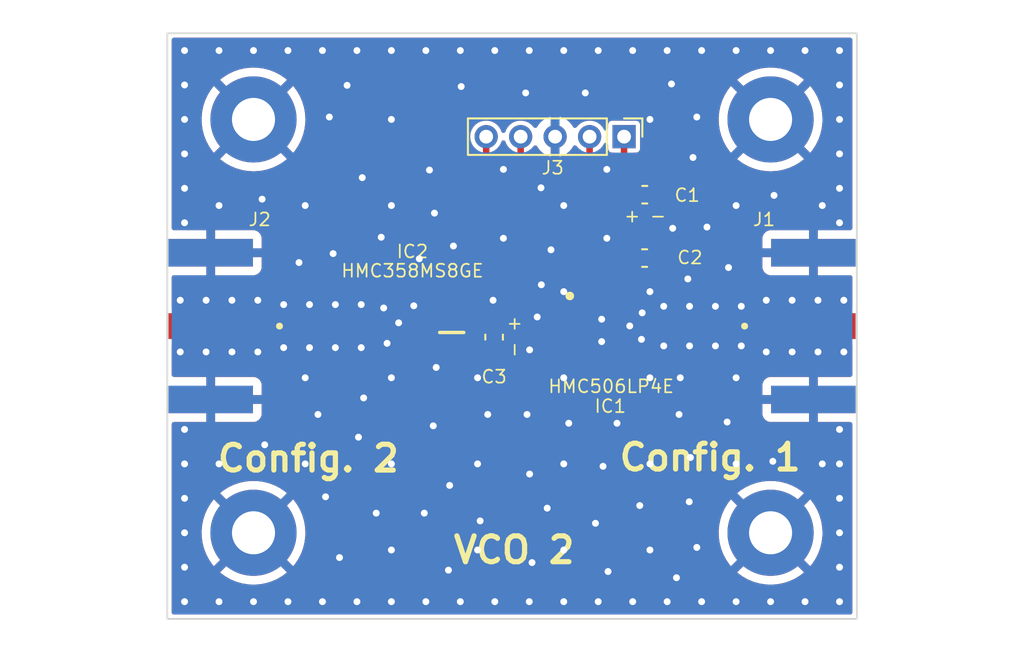
<source format=kicad_pcb>
(kicad_pcb (version 20211014) (generator pcbnew)
  (layers (0 "F.Cu" signal) (31 "B.Cu" signal) (34 "B.Paste" user) (35 "F.Paste" user) (36 "B.SilkS" user "B.Silkscreen") (37 "F.SilkS" user "F.Silkscreen") (38 "B.Mask" user) (39 "F.Mask" user) (44 "Edge.Cuts" user))
  (net 0 "")
  (net 1 "/Vcc_1")
  (net 2 "GND")
  (net 3 "/Vcc_2")
  (net 4 "/RF_out_1")
  (net 5 "/Vtune_1")
  (net 6 "/Vtune_2")
  (net 7 "/RF_out_2")
  (footprint "MountingHole:MountingHole_2.5mm_Pad" (layer "F.Cu") (at 52 55 -90)
    (fp_text reference "H3" hide)
    (fp_text value "MountingHole_Pad")
    (pad "1" thru_hole circle (at 0 0 270) (size 5 5) (drill 2.5) (layers *.Cu *.Mask) (net 2 "GND"))
  )
  (footprint "MountingHole:MountingHole_2.5mm_Pad" (layer "F.Cu") (at 52 79 -90)
    (fp_text reference "H2" hide)
    (fp_text value "MountingHole_Pad")
    (pad "1" thru_hole circle (at 0 0 270) (size 5 5) (drill 2.5) (layers *.Cu *.Mask) (net 2 "GND"))
  )
  (footprint "SamacSys_Parts:SOP65P488X110-9N" (layer "F.Cu") (at 61.3 65.82 180)
    (fp_text reference "IC2" (at 0.08 3.15) (layer "F.SilkS") (effects (font (size 0.75 0.75) (thickness 0.1))))
    (fp_text value "HMC358MS8GE" (at 0.08 2.03) (layer "F.SilkS") (effects (font (size 0.75 0.75) (thickness 0.1))))
    (fp_line (start -2.9 -1.55) (end -1.5 -1.55) (layer "F.SilkS") (width 0.2))
    (pad "1" smd rect locked (at -2.2 -0.975 270) (size 0.45 1.4) (layers "F.Cu" "F.Paste" "F.Mask") (net 3 "/Vcc_2"))
    (pad "2" smd rect locked (at -2.2 -0.325 270) (size 0.45 1.4) (layers "F.Cu" "F.Paste" "F.Mask") (net 2 "GND"))
    (pad "3" smd rect locked (at -2.2 0.325 270) (size 0.45 1.4) (layers "F.Cu" "F.Paste" "F.Mask") (net 6 "/Vtune_2"))
    (pad "4" smd rect locked (at -2.2 0.975 270) (size 0.45 1.4) (layers "F.Cu" "F.Paste" "F.Mask") (net 2 "GND"))
    (pad "5" smd rect locked (at 2.2 0.975 270) (size 0.45 1.4) (layers "F.Cu" "F.Paste" "F.Mask") (net 2 "GND"))
    (pad "6" smd rect locked (at 2.2 0.325 270) (size 0.45 1.4) (layers "F.Cu" "F.Paste" "F.Mask") (net 2 "GND"))
    (pad "7" smd rect locked (at 2.2 -0.325 270) (size 0.45 1.4) (layers "F.Cu" "F.Paste" "F.Mask") (net 2 "GND"))
    (pad "8" smd rect locked (at 2.2 -0.975 270) (size 0.45 1.4) (layers "F.Cu" "F.Paste" "F.Mask") (net 7 "/RF_out_2"))
    (pad "9" smd rect locked (at 0 0 180) (size 1.78 2.41) (layers "F.Cu" "F.Paste" "F.Mask") (net 2 "GND"))
  )
  (footprint "GGS_Connectors:LINX_CONSMA020.062-G" (layer "F.Cu") (at 86.9325 67 90)
    (fp_text reference "J1" (at 6.19 -5.3125) (layer "F.SilkS") (effects (font (size 0.75 0.75) (thickness 0.1))))
    (fp_text value "SMA")
    (fp_circle (center 0 -6.44) (end 0.1 -6.44) (layer "F.SilkS") (width 0.2) (fill none))
    (pad "1" smd rect (at 0 -2.8 90) (size 1.5 5.6) (layers "F.Cu" "F.Paste" "F.Mask") (net 4 "/RF_out_1"))
    (pad "S1" smd rect (at -4.26 -2.45 90) (size 1.6 4.9) (layers "F.Cu" "F.Paste" "F.Mask") (net 2 "GND"))
    (pad "S2" smd rect (at 4.26 -2.45 90) (size 1.6 4.9) (layers "F.Cu" "F.Paste" "F.Mask") (net 2 "GND"))
    (pad "S3" smd rect (at -4.26 -2.45 90) (size 1.6 4.9) (layers "B.Cu" "B.Paste" "B.Mask") (net 2 "GND"))
    (pad "S4" smd rect (at 4.26 -2.45 90) (size 1.6 4.9) (layers "B.Cu" "B.Paste" "B.Mask") (net 2 "GND"))
  )
  (footprint "MountingHole:MountingHole_2.5mm_Pad" (layer "F.Cu") (at 82 55 -90)
    (fp_text reference "H4" hide)
    (fp_text value "MountingHole_Pad")
    (pad "1" thru_hole circle (at 0 0 270) (size 5 5) (drill 2.5) (layers *.Cu *.Mask) (net 2 "GND"))
  )
  (footprint "Capacitor_SMD:C_0603_1608Metric_Pad1.08x0.95mm_HandSolder" (layer "F.Cu") (at 74.7 59.37)
    (fp_text reference "C1" (at 2.46 0.03 180) (layer "F.SilkS") (effects (font (size 0.75 0.75) (thickness 0.1))))
    (fp_text value "4.7 uF")
    (fp_line (start -0.146267 0.51) (end 0.146267 0.51) (layer "F.SilkS") (width 0.12))
    (fp_line (start -0.146267 -0.51) (end 0.146267 -0.51) (layer "F.SilkS") (width 0.12))
    (pad "1" smd roundrect (at -0.8625 0) (size 1.075 0.95) (layers "F.Cu" "F.Paste" "F.Mask") (net 1 "/Vcc_1"))
    (pad "2" smd roundrect (at 0.8625 0) (size 1.075 0.95) (layers "F.Cu" "F.Paste" "F.Mask") (net 2 "GND"))
  )
  (footprint "GGS_Connectors:LINX_CONSMA020.062-G" (layer "F.Cu") (at 47.0675 67 -90)
    (fp_text reference "J2" (at -6.19 -5.2925) (layer "F.SilkS") (effects (font (size 0.75 0.75) (thickness 0.1))))
    (fp_text value "SMA")
    (fp_circle (center 0 -6.44) (end 0.1 -6.44) (layer "F.SilkS") (width 0.2) (fill none))
    (pad "1" smd rect (at 0 -2.8 270) (size 1.5 5.6) (layers "F.Cu" "F.Paste" "F.Mask") (net 7 "/RF_out_2"))
    (pad "S1" smd rect (at -4.26 -2.45 270) (size 1.6 4.9) (layers "F.Cu" "F.Paste" "F.Mask") (net 2 "GND"))
    (pad "S2" smd rect (at 4.26 -2.45 270) (size 1.6 4.9) (layers "F.Cu" "F.Paste" "F.Mask") (net 2 "GND"))
    (pad "S3" smd rect (at -4.26 -2.45 270) (size 1.6 4.9) (layers "B.Cu" "B.Paste" "B.Mask") (net 2 "GND"))
    (pad "S4" smd rect (at 4.26 -2.45 270) (size 1.6 4.9) (layers "B.Cu" "B.Paste" "B.Mask") (net 2 "GND"))
  )
  (footprint "Capacitor_SMD:C_0603_1608Metric_Pad1.08x0.95mm_HandSolder" (layer "F.Cu") (at 65.96 67.64 -90)
    (fp_text reference "C3" (at 2.3 0) (layer "F.SilkS") (effects (font (size 0.75 0.75) (thickness 0.1))))
    (fp_text value "10 uF")
    (fp_line (start -0.146267 -0.51) (end 0.146267 -0.51) (layer "F.SilkS") (width 0.12))
    (fp_line (start -0.146267 0.51) (end 0.146267 0.51) (layer "F.SilkS") (width 0.12))
    (pad "1" smd roundrect (at -0.8625 0 270) (size 1.075 0.95) (layers "F.Cu" "F.Paste" "F.Mask") (net 3 "/Vcc_2"))
    (pad "2" smd roundrect (at 0.8625 0 270) (size 1.075 0.95) (layers "F.Cu" "F.Paste" "F.Mask") (net 2 "GND"))
  )
  (footprint "Capacitor_SMD:C_0603_1608Metric_Pad1.08x0.95mm_HandSolder" (layer "F.Cu") (at 74.69 63.05)
    (fp_text reference "C2" (at 2.63 -0.03 180) (layer "F.SilkS") (effects (font (size 0.75 0.75) (thickness 0.1))))
    (fp_text value "10 nF")
    (fp_line (start -0.146267 0.51) (end 0.146267 0.51) (layer "F.SilkS") (width 0.12))
    (fp_line (start -0.146267 -0.51) (end 0.146267 -0.51) (layer "F.SilkS") (width 0.12))
    (pad "1" smd roundrect (at -0.8625 0) (size 1.075 0.95) (layers "F.Cu" "F.Paste" "F.Mask") (net 1 "/Vcc_1"))
    (pad "2" smd roundrect (at 0.8625 0) (size 1.075 0.95) (layers "F.Cu" "F.Paste" "F.Mask") (net 2 "GND"))
  )
  (footprint "MountingHole:MountingHole_2.5mm_Pad" (layer "F.Cu") (at 82 79 -90)
    (fp_text reference "H1" hide)
    (fp_text value "MountingHole_Pad")
    (pad "1" thru_hole circle (at 0 0 270) (size 5 5) (drill 2.5) (layers *.Cu *.Mask) (net 2 "GND"))
  )
  (footprint "Connector_PinHeader_2.00mm:PinHeader_1x05_P2.00mm_Vertical" (layer "F.Cu") (at 73.5 56 -90)
    (fp_text reference "J3" (at 1.81 4.14) (layer "F.SilkS") (effects (font (size 0.75 0.75) (thickness 0.1))))
    (fp_text value "Conn_01x05")
    (fp_line (start 1.06 1) (end 1.06 9.06) (layer "F.SilkS") (width 0.12))
    (fp_line (start -1.06 -1.06) (end 0 -1.06) (layer "F.SilkS") (width 0.12))
    (fp_line (start -1.06 0) (end -1.06 -1.06) (layer "F.SilkS") (width 0.12))
    (fp_line (start -1.06 9.06) (end 1.06 9.06) (layer "F.SilkS") (width 0.12))
    (fp_line (start -1.06 1) (end 1.06 1) (layer "F.SilkS") (width 0.12))
    (fp_line (start -1.06 1) (end -1.06 9.06) (layer "F.SilkS") (width 0.12))
    (pad "1" thru_hole rect (at 0 0 270) (size 1.35 1.35) (drill 0.8) (layers *.Cu *.Mask) (net 1 "/Vcc_1"))
    (pad "2" thru_hole oval (at 0 2 270) (size 1.35 1.35) (drill 0.8) (layers *.Cu *.Mask) (net 5 "/Vtune_1"))
    (pad "3" thru_hole oval (at 0 4 270) (size 1.35 1.35) (drill 0.8) (layers *.Cu *.Mask) (net 2 "GND"))
    (pad "4" thru_hole oval (at 0 6 270) (size 1.35 1.35) (drill 0.8) (layers *.Cu *.Mask) (net 3 "/Vcc_2"))
    (pad "5" thru_hole oval (at 0 8 270) (size 1.35 1.35) (drill 0.8) (layers *.Cu *.Mask) (net 6 "/Vtune_2"))
  )
  (footprint "SamacSys_Parts:QFN50P400X400X100-25N" (layer "F.Cu") (at 72.75 67.25)
    (fp_text reference "IC1" (at -0.05 4.4) (layer "F.SilkS") (effects (font (size 0.75 0.75) (thickness 0.1))))
    (fp_text value "HMC506LP4E" (at 0 3.25) (layer "F.SilkS") (effects (font (size 0.75 0.75) (thickness 0.1))))
    (fp_circle (center -2.4 -2) (end -2.4 -1.875) (layer "F.SilkS") (width 0.25) (fill none))
    (pad "1" smd rect locked (at -2.05 -1.25 90) (size 0.3 0.7) (layers "F.Cu" "F.Paste" "F.Mask") (net 2 "GND"))
    (pad "2" smd rect locked (at -2.05 -0.75 90) (size 0.3 0.7) (layers "F.Cu" "F.Paste" "F.Mask") (net 2 "GND"))
    (pad "3" smd rect locked (at -2.05 -0.25 90) (size 0.3 0.7) (layers "F.Cu" "F.Paste" "F.Mask") (net 2 "GND"))
    (pad "4" smd rect locked (at -2.05 0.25 90) (size 0.3 0.7) (layers "F.Cu" "F.Paste" "F.Mask") (net 2 "GND"))
    (pad "5" smd rect locked (at -2.05 0.75 90) (size 0.3 0.7) (layers "F.Cu" "F.Paste" "F.Mask") (net 2 "GND"))
    (pad "6" smd rect locked (at -2.05 1.25 90) (size 0.3 0.7) (layers "F.Cu" "F.Paste" "F.Mask") (net 2 "GND"))
    (pad "7" smd rect locked (at -1.25 2.05) (size 0.3 0.7) (layers "F.Cu" "F.Paste" "F.Mask") (net 2 "GND"))
    (pad "8" smd rect locked (at -0.75 2.05) (size 0.3 0.7) (layers "F.Cu" "F.Paste" "F.Mask") (net 2 "GND"))
    (pad "9" smd rect locked (at -0.25 2.05) (size 0.3 0.7) (layers "F.Cu" "F.Paste" "F.Mask") (net 2 "GND"))
    (pad "10" smd rect locked (at 0.25 2.05) (size 0.3 0.7) (layers "F.Cu" "F.Paste" "F.Mask") (net 2 "GND"))
    (pad "11" smd rect locked (at 0.75 2.05) (size 0.3 0.7) (layers "F.Cu" "F.Paste" "F.Mask") (net 2 "GND"))
    (pad "12" smd rect locked (at 1.25 2.05) (size 0.3 0.7) (layers "F.Cu" "F.Paste" "F.Mask") (net 2 "GND"))
    (pad "13" smd rect locked (at 2.05 1.25 90) (size 0.3 0.7) (layers "F.Cu" "F.Paste" "F.Mask") (net 2 "GND"))
    (pad "14" smd rect locked (at 2.05 0.75 90) (size 0.3 0.7) (layers "F.Cu" "F.Paste" "F.Mask") (net 2 "GND"))
    (pad "15" smd rect locked (at 2.05 0.25 90) (size 0.3 0.7) (layers "F.Cu" "F.Paste" "F.Mask") (net 2 "GND"))
    (pad "16" smd rect locked (at 2.05 -0.25 90) (size 0.3 0.7) (layers "F.Cu" "F.Paste" "F.Mask") (net 4 "/RF_out_1"))
    (pad "17" smd rect locked (at 2.05 -0.75 90) (size 0.3 0.7) (layers "F.Cu" "F.Paste" "F.Mask") (net 2 "GND"))
    (pad "18" smd rect locked (at 2.05 -1.25 90) (size 0.3 0.7) (layers "F.Cu" "F.Paste" "F.Mask") (net 2 "GND"))
    (pad "19" smd rect locked (at 1.25 -2.05) (size 0.3 0.7) (layers "F.Cu" "F.Paste" "F.Mask") (net 2 "GND"))
    (pad "20" smd rect locked (at 0.75 -2.05) (size 0.3 0.7) (layers "F.Cu" "F.Paste" "F.Mask") (net 1 "/Vcc_1"))
    (pad "21" smd rect locked (at 0.25 -2.05) (size 0.3 0.7) (layers "F.Cu" "F.Paste" "F.Mask") (net 2 "GND"))
    (pad "22" smd rect locked (at -0.25 -2.05) (size 0.3 0.7) (layers "F.Cu" "F.Paste" "F.Mask") (net 5 "/Vtune_1"))
    (pad "23" smd rect locked (at -0.75 -2.05) (size 0.3 0.7) (layers "F.Cu" "F.Paste" "F.Mask") (net 2 "GND"))
    (pad "24" smd rect locked (at -1.25 -2.05) (size 0.3 0.7) (layers "F.Cu" "F.Paste" "F.Mask") (net 2 "GND"))
    (pad "25" smd rect locked (at 0 0) (size 2.95 2.95) (layers "F.Cu" "F.Paste" "F.Mask") (net 2 "GND"))
  )
  (gr_rect (start 87 50) (end 47 84) (layer "Edge.Cuts") (width 0.1) (fill none))
  (gr_text "+ -" (at 74.72 60.59) (layer "F.SilkS") (effects (font (size 0.75 0.75) (thickness 0.1))))
  (gr_text "Config. 1" (at 78.49 74.62) (layer "F.SilkS") (effects (font (size 1.5 1.5) (thickness 0.3))))
  (gr_text "+ -" (at 67.21 67.62 270) (layer "F.SilkS") (effects (font (size 0.75 0.75) (thickness 0.1))))
  (gr_text "Config. 2" (at 55.18 74.68) (layer "F.SilkS") (effects (font (size 1.5 1.5) (thickness 0.3))))
  (gr_text "VCO 2" (at 67.12 80) (layer "F.SilkS") (effects (font (size 1.5 1.5) (thickness 0.3))))
  (segment (start 73.4875 63.05) (end 73.4875 63.0725) (width 0.378968) (layer "F.Cu") (net 1))
  (segment (start 73.5 65.2) (end 73.5 64.68) (width 0.25) (layer "F.Cu") (net 1))
  (segment (start 73.4875 63.0725) (end 73.5 63.085) (width 0.378968) (layer "F.Cu") (net 1))
  (segment (start 73.5 56) (end 73.5 64.68) (width 0.378968) (layer "F.Cu") (net 1))
  (segment (start 59.5525 65.9475) (end 60.418532 65.9475) (width 0.84201) (layer "F.Cu") (net 2))
  (segment (start 73 69.3) (end 73 67.5) (width 0.25) (layer "F.Cu") (net 2))
  (segment (start 72 65.2) (end 72 66.5) (width 0.25) (layer "F.Cu") (net 2))
  (segment (start 73.5 68) (end 72.75 67.25) (width 0.25) (layer "F.Cu") (net 2))
  (segment (start 71.729484 65) (end 71.729484 65.2) (width 0.84201) (layer "F.Cu") (net 2))
  (segment (start 74 65.2) (end 74 66) (width 0.25) (layer "F.Cu") (net 2))
  (segment (start 60.325 64.845) (end 61.3 65.82) (width 0.25) (layer "F.Cu") (net 2))
  (segment (start 75.179484 68.15) (end 75.8 68.15) (width 0.84201) (layer "F.Cu") (net 2))
  (segment (start 61.3 65.82) (end 60.420516 66.699484) (width 0.84201) (layer "F.Cu") (net 2))
  (segment (start 70.7 68) (end 72 68) (width 0.25) (layer "F.Cu") (net 2))
  (segment (start 72.5 67) (end 72.75 67.25) (width 0.25) (layer "F.Cu") (net 2))
  (segment (start 74.550516 66.229484) (end 74.8 66.229484) (width 0.84201) (layer "F.Cu") (net 2))
  (segment (start 61.625 66.145) (end 61.3 65.82) (width 0.25) (layer "F.Cu") (net 2))
  (segment (start 73.5 69.3) (end 73.5 68) (width 0.25) (layer "F.Cu") (net 2))
  (segment (start 74.550516 66.229484) (end 73.829484 66.229484) (width 0.84201) (layer "F.Cu") (net 2))
  (segment (start 72.75 67.25) (end 73.270516 67.770516) (width 0.84201) (layer "F.Cu") (net 2))
  (segment (start 74.509484 67.770516) (end 74.8 67.770516) (width 0.84201) (layer "F.Cu") (net 2))
  (segment (start 73.829484 67.770516) (end 74.509484 67.770516) (width 0.84201) (layer "F.Cu") (net 2))
  (segment (start 70.7 66) (end 71.5 66) (width 0.25) (layer "F.Cu") (net 2))
  (segment (start 60.975 65.495) (end 61.3 65.82) (width 0.25) (layer "F.Cu") (net 2))
  (segment (start 72 66.5) (end 72.75 67.25) (width 0.25) (layer "F.Cu") (net 2))
  (segment (start 74.8 66.229484) (end 75.179484 65.85) (width 0.84201) (layer "F.Cu") (net 2))
  (segment (start 71.5 66) (end 72.75 67.25) (width 0.84201) (layer "F.Cu") (net 2))
  (segment (start 73.770516 66.229484) (end 74.550516 66.229484) (width 0.84201) (layer "F.Cu") (net 2))
  (segment (start 74.8 67.770516) (end 75.179484 68.15) (width 0.84201) (layer "F.Cu") (net 2))
  (segment (start 73 67) (end 72.75 67.25) (width 0.25) (layer "F.Cu") (net 2))
  (segment (start 70.7 68.5) (end 71.5 68.5) (width 0.25) (layer "F.Cu") (net 2))
  (segment (start 60.420516 67.329484) (end 59.75 68) (width 0.84201) (layer "F.Cu") (net 2))
  (segment (start 60.420516 65.949484) (end 60.420516 66.809484) (width 0.84201) (layer "F.Cu") (net 2))
  (segment (start 70.7 66.5) (end 72 66.5) (width 0.25) (layer "F.Cu") (net 2))
  (segment (start 59.1 66.145) (end 60.975 66.145) (width 0.25) (layer "F.Cu") (net 2))
  (segment (start 73.829484 66.229484) (end 73.829484 66.990516) (width 0.84201) (layer "F.Cu") (net 2))
  (segment (start 74.8 68.5) (end 74 68.5) (width 0.25) (layer "F.Cu") (net 2))
  (segment (start 71.5 68.5) (end 72.75 67.25) (width 0.25) (layer "F.Cu") (net 2))
  (segment (start 59.5525 65.9475) (end 59.554484 65.949484) (width 0.84201) (layer "F.Cu") (net 2))
  (segment (start 74.8 68) (end 73.5 68) (width 0.25) (layer "F.Cu") (net 2))
  (segment (start 63.5 66.145) (end 61.625 66.145) (width 0.25) (layer "F.Cu") (net 2))
  (segment (start 63.5 64.845) (end 62.275 64.845) (width 0.25) (layer "F.Cu") (net 2))
  (segment (start 74 69.3) (end 74 68.5) (width 0.25) (layer "F.Cu") (net 2))
  (segment (start 59.554484 65.949484) (end 60.145 65.949484) (width 0.84201) (layer "F.Cu") (net 2))
  (segment (start 59.1 65.495) (end 60.975 65.495) (width 0.25) (layer "F.Cu") (net 2))
  (segment (start 74.8 67.5) (end 73 67.5) (width 0.25) (layer "F.Cu") (net 2))
  (segment (start 73.270516 67.770516) (end 74.509484 67.770516) (width 0.84201) (layer "F.Cu") (net 2))
  (segment (start 74.8 66.5) (end 73.5 66.5) (width 0.25) (layer "F.Cu") (net 2))
  (segment (start 74 66) (end 72.75 67.25) (width 0.25) (layer "F.Cu") (net 2))
  (segment (start 72 69.3) (end 72 68) (width 0.25) (layer "F.Cu") (net 2))
  (segment (start 60.420516 66.699484) (end 60.420516 66.809484) (width 0.84201) (layer "F.Cu") (net 2))
  (segment (start 74 68.5) (end 72.75 67.25) (width 0.25) (layer "F.Cu") (net 2))
  (segment (start 71.5 69.3) (end 71.5 68.5) (width 0.25) (layer "F.Cu") (net 2))
  (segment (start 60.418532 65.9475) (end 60.420516 65.949484) (width 0.84201) (layer "F.Cu") (net 2))
  (segment (start 73.829484 66.990516) (end 73.829484 67.770516) (width 0.84201) (layer "F.Cu") (net 2))
  (segment (start 73.5 66.5) (end 72.75 67.25) (width 0.25) (layer "F.Cu") (net 2))
  (segment (start 72.5 67.5) (end 72.75 67.25) (width 0.25) (layer "F.Cu") (net 2))
  (segment (start 74.8 66) (end 74 66) (width 0.25) (layer "F.Cu") (net 2))
  (segment (start 58.505 65.495) (end 58.25 65.75) (width 0.84201) (layer "F.Cu") (net 2))
  (segment (start 59.1 64.845) (end 60.325 64.845) (width 0.25) (layer "F.Cu") (net 2))
  (segment (start 60.420516 66.809484) (end 60.420516 67.329484) (width 0.84201) (layer "F.Cu") (net 2))
  (segment (start 72 68) (end 72.75 67.25) (width 0.25) (layer "F.Cu") (net 2))
  (segment (start 73 65.2) (end 73 67) (width 0.25) (layer "F.Cu") (net 2))
  (segment (start 62.275 64.845) (end 61.3 65.82) (width 0.25) (layer "F.Cu") (net 2))
  (segment (start 70.7 67) (end 72.5 67) (width 0.25) (layer "F.Cu") (net 2))
  (segment (start 72.5 69.3) (end 72.5 67.5) (width 0.25) (layer "F.Cu") (net 2))
  (segment (start 73 67.5) (end 72.75 67.25) (width 0.25) (layer "F.Cu") (net 2))
  (segment (start 59.1 65.495) (end 59.5525 65.9475) (width 0.84201) (layer "F.Cu") (net 2))
  (segment (start 60.975 66.145) (end 61.3 65.82) (width 0.25) (layer "F.Cu") (net 2))
  (segment (start 75.179484 65.85) (end 75.8 65.85) (width 0.84201) (layer "F.Cu") (net 2))
  (segment (start 72.75 67.25) (end 73.770516 66.229484) (width 0.84201) (layer "F.Cu") (net 2))
  (segment (start 70 65) (end 71.729484 65) (width 0.84201) (layer "F.Cu") (net 2))
  (segment (start 70.7 67.5) (end 72.5 67.5) (width 0.25) (layer "F.Cu") (net 2))
  (segment (start 59.1 65.495) (end 58.505 65.495) (width 0.84201) (layer "F.Cu") (net 2))
  (segment (start 71.5 65.2) (end 71.5 66) (width 0.84201) (layer "F.Cu") (net 2))
  (via (at 55.25 68.25) (size 0.8) (drill 0.4) (layers "F.Cu" "B.Cu") (net 2))
  (via (at 70 51) (size 0.8) (drill 0.4) (layers "F.Cu" "B.Cu") (net 2))
  (via (at 64.05 53.09) (size 0.8) (drill 0.4) (layers "F.Cu" "B.Cu") (net 2))
  (via (at 49.25 68.5) (size 0.8) (drill 0.4) (layers "F.Cu" "B.Cu") (net 2))
  (via (at 77.28 77.2) (size 0.8) (drill 0.4) (layers "F.Cu" "B.Cu") (net 2))
  (via (at 53.75 65.75) (size 0.8) (drill 0.4) (layers "F.Cu" "B.Cu") (net 2))
  (via (at 59.5525 65.9475) (size 0.8) (drill 0.4) (layers "F.Cu" "B.Cu") (net 2))
  (via (at 76.54 81.61) (size 0.8) (drill 0.4) (layers "F.Cu" "B.Cu") (net 2))
  (via (at 65.15 78.31) (size 0.8) (drill 0.4) (layers "F.Cu" "B.Cu") (net 2))
  (via (at 68.02 75.59) (size 0.8) (drill 0.4) (layers "F.Cu" "B.Cu") (net 2))
  (via (at 72.2 67.9) (size 0.8) (drill 0.4) (layers "F.Cu" "B.Cu") (net 2))
  (via (at 80.3 65.85) (size 0.8) (drill 0.4) (layers "F.Cu" "B.Cu") (net 2))
  (via (at 70 65) (size 0.8) (drill 0.4) (layers "F.Cu" "B.Cu") (net 2))
  (via (at 75.8 65.85) (size 0.8) (drill 0.4) (layers "F.Cu" "B.Cu") (net 2))
  (via (at 50 51) (size 0.8) (drill 0.4) (layers "F.Cu" "B.Cu") (net 2))
  (via (at 82.13 74.85) (size 0.8) (drill 0.4) (layers "F.Cu" "B.Cu") (net 2))
  (via (at 48 51) (size 0.8) (drill 0.4) (layers "F.Cu" "B.Cu") (net 2))
  (via (at 66 51) (size 0.8) (drill 0.4) (layers "F.Cu" "B.Cu") (net 2))
  (via (at 75 70) (size 0.8) (drill 0.4) (layers "F.Cu" "B.Cu") (net 2))
  (via (at 84.75 68.5) (size 0.8) (drill 0.4) (layers "F.Cu" "B.Cu") (net 2))
  (via (at 61.91 77.86) (size 0.8) (drill 0.4) (layers "F.Cu" "B.Cu") (net 2))
  (via (at 60 70) (size 0.8) (drill 0.4) (layers "F.Cu" "B.Cu") (net 2))
  (via (at 58 83) (size 0.8) (drill 0.4) (layers "F.Cu" "B.Cu") (net 2))
  (via (at 62.43 72.79) (size 0.8) (drill 0.4) (layers "F.Cu" "B.Cu") (net 2))
  (via (at 70.29 72.64) (size 0.8) (drill 0.4) (layers "F.Cu" "B.Cu") (net 2))
  (via (at 48 81) (size 0.8) (drill 0.4) (layers "F.Cu" "B.Cu") (net 2))
  (via (at 85 60) (size 0.8) (drill 0.4) (layers "F.Cu" "B.Cu") (net 2))
  (via (at 79.56 63.6) (size 0.8) (drill 0.4) (layers "F.Cu" "B.Cu") (net 2))
  (via (at 60 80) (size 0.8) (drill 0.4) (layers "F.Cu" "B.Cu") (net 2))
  (via (at 47.75 65.5) (size 0.8) (drill 0.4) (layers "F.Cu" "B.Cu") (net 2))
  (via (at 86.25 68.5) (size 0.8) (drill 0.4) (layers "F.Cu" "B.Cu") (net 2))
  (via (at 76.32 61.32) (size 0.8) (drill 0.4) (layers "F.Cu" "B.Cu") (net 2))
  (via (at 64 51) (size 0.8) (drill 0.4) (layers "F.Cu" "B.Cu") (net 2))
  (via (at 84 83) (size 0.8) (drill 0.4) (layers "F.Cu" "B.Cu") (net 2))
  (via (at 84 51) (size 0.8) (drill 0.4) (layers "F.Cu" "B.Cu") (net 2))
  (via (at 71.84 78.45) (size 0.8) (drill 0.4) (layers "F.Cu" "B.Cu") (net 2))
  (via (at 70 75) (size 0.8) (drill 0.4) (layers "F.Cu" "B.Cu") (net 2))
  (via (at 77.2 64.26) (size 0.8) (drill 0.4) (layers "F.Cu" "B.Cu") (net 2))
  (via (at 74.550516 66.229484) (size 0.8) (drill 0.4) (layers "F.Cu" "B.Cu") (net 2))
  (via (at 66 83) (size 0.8) (drill 0.4) (layers "F.Cu" "B.Cu") (net 2))
  (via (at 80 51) (size 0.8) (drill 0.4) (layers "F.Cu" "B.Cu") (net 2))
  (via (at 86 79) (size 0.8) (drill 0.4) (layers "F.Cu" "B.Cu") (net 2))
  (via (at 48 55) (size 0.8) (drill 0.4) (layers "F.Cu" "B.Cu") (net 2))
  (via (at 48 61) (size 0.8) (drill 0.4) (layers "F.Cu" "B.Cu") (net 2))
  (via (at 56.75 65.75) (size 0.8) (drill 0.4) (layers "F.Cu" "B.Cu") (net 2))
  (via (at 58 51) (size 0.8) (drill 0.4) (layers "F.Cu" "B.Cu") (net 2))
  (via (at 76.25 52.94) (size 0.8) (drill 0.4) (layers "F.Cu" "B.Cu") (net 2))
  (via (at 52 51) (size 0.8) (drill 0.4) (layers "F.Cu" "B.Cu") (net 2))
  (via (at 74.509484 67.770516) (size 0.8) (drill 0.4) (layers "F.Cu" "B.Cu") (net 2))
  (via (at 75.8 68.15) (size 0.8) (drill 0.4) (layers "F.Cu" "B.Cu") (net 2))
  (via (at 72.28 75.14) (size 0.8) (drill 0.4) (layers "F.Cu" "B.Cu") (net 2))
  (via (at 65.9 65.5) (size 0.8) (drill 0.4) (layers "F.Cu" "B.Cu") (net 2))
  (via (at 56.75 68.25) (size 0.8) (drill 0.4) (layers "F.Cu" "B.Cu") (net 2))
  (via (at 78 51) (size 0.8) (drill 0.4) (layers "F.Cu" "B.Cu") (net 2))
  (via (at 66.5 61.9) (size 0.8) (drill 0.4) (layers "F.Cu" "B.Cu") (net 2))
  (via (at 67.79 53.46) (size 0.8) (drill 0.4) (layers "F.Cu" "B.Cu") (net 2))
  (via (at 48 75) (size 0.8) (drill 0.4) (layers "F.Cu" "B.Cu") (net 2))
  (via (at 78.8 65.85) (size 0.8) (drill 0.4) (layers "F.Cu" "B.Cu") (net 2))
  (via (at 50 75) (size 0.8) (drill 0.4) (layers "F.Cu" "B.Cu") (net 2))
  (via (at 73.829484 66.990516) (size 0.8) (drill 0.4) (layers "F.Cu" "B.Cu") (net 2))
  (via (at 72.5 57.9) (size 0.8) (drill 0.4) (layers "F.Cu" "B.Cu") (net 2))
  (via (at 80 70) (size 0.8) (drill 0.4) (layers "F.Cu" "B.Cu") (net 2))
  (via (at 86 83) (size 0.8) (drill 0.4) (layers "F.Cu" "B.Cu") (net 2))
  (via (at 60 60) (size 0.8) (drill 0.4) (layers "F.Cu" "B.Cu") (net 2))
  (via (at 82 83) (size 0.8) (drill 0.4) (layers "F.Cu" "B.Cu") (net 2))
  (via (at 76.76 70) (size 0.8) (drill 0.4) (layers "F.Cu" "B.Cu") (net 2))
  (via (at 78.31 61.25) (size 0.8) (drill 0.4) (layers "F.Cu" "B.Cu") (net 2))
  (via (at 57.43 53.02) (size 0.8) (drill 0.4) (layers "F.Cu" "B.Cu") (net 2))
  (via (at 48 83) (size 0.8) (drill 0.4) (layers "F.Cu" "B.Cu") (net 2))
  (via (at 62.21 57.94) (size 0.8) (drill 0.4) (layers "F.Cu" "B.Cu") (net 2))
  (via (at 75 65) (size 0.8) (drill 0.4) (layers "F.Cu" "B.Cu") (net 2))
  (via (at 53.75 68.25) (size 0.8) (drill 0.4) (layers "F.Cu" "B.Cu") (net 2))
  (via (at 70 83) (size 0.8) (drill 0.4) (layers "F.Cu" "B.Cu") (net 2))
  (via (at 62 83) (size 0.8) (drill 0.4) (layers "F.Cu" "B.Cu") (net 2))
  (via (at 72.2 66.6) (size 0.8) (drill 0.4) (layers "F.Cu" "B.Cu") (net 2))
  (via (at 68.16 80.73) (size 0.8) (drill 0.4) (layers "F.Cu" "B.Cu") (net 2))
  (via (at 74.41 77.42) (size 0.8) (drill 0.4) (layers "F.Cu" "B.Cu") (net 2))
  (via (at 86 75) (size 0.8) (drill 0.4) (layers "F.Cu" "B.Cu") (net 2))
  (via (at 58.25 65.75) (size 0.8) (drill 0.4) (layers "F.Cu" "B.Cu") (net 2))
  (via (at 70 80) (size 0.8) (drill 0.4) (layers "F.Cu" "B.Cu") (net 2))
  (via (at 86 53) (size 0.8) (drill 0.4) (layers "F.Cu" "B.Cu") (net 2))
  (via (at 59.75 68) (size 0.8) (drill 0.4) (layers "F.Cu" "B.Cu") (net 2))
  (via (at 74 51) (size 0.8) (drill 0.4) (layers "F.Cu" "B.Cu") (net 2))
  (via (at 56.99 80.44) (size 0.8) (drill 0.4) (layers "F.Cu" "B.Cu") (net 2))
  (via (at 76 51) (size 0.8) (drill 0.4) (layers "F.Cu" "B.Cu") (net 2))
  (via (at 70 60) (size 0.8) (drill 0.4) (layers "F.Cu" "B.Cu") (net 2))
  (via (at 69.04 77.57) (size 0.8) (drill 0.4) (layers "F.Cu" "B.Cu") (net 2))
  (via (at 62.6 69.4) (size 0.8) (drill 0.4) (layers "F.Cu" "B.Cu") (net 2))
  (via (at 61.3 65.82) (size 0.8) (drill 0.4) (layers "F.Cu" "B.Cu") (net 2))
  (via (at 72 51) (size 0.8) (drill 0.4) (layers "F.Cu" "B.Cu") (net 2))
  (via (at 74 83) (size 0.8) (drill 0.4) (layers "F.Cu" "B.Cu") (net 2))
  (via (at 86 51) (size 0.8) (drill 0.4) (layers "F.Cu" "B.Cu") (net 2))
  (via (at 54 83) (size 0.8) (drill 0.4) (layers "F.Cu" "B.Cu") (net 2))
  (via (at 86 77) (size 0.8) (drill 0.4) (layers "F.Cu" "B.Cu") (net 2))
  (via (at 82.2 59.41) (size 0.8) (drill 0.4) (layers "F.Cu" "B.Cu") (net 2))
  (via (at 68.68 58.97) (size 0.8) (drill 0.4) (layers "F.Cu" "B.Cu") (net 2))
  (via (at 72 83) (size 0.8) (drill 0.4) (layers "F.Cu" "B.Cu") (net 2))
  (via (at 60 51) (size 0.8) (drill 0.4) (layers "F.Cu" "B.Cu") (net 2))
  (via (at 50 60) (size 0.8) (drill 0.4) (layers "F.Cu" "B.Cu") (net 2))
  (via (at 48 59) (size 0.8) (drill 0.4) (layers "F.Cu" "B.Cu") (net 2))
  (via (at 64 83) (size 0.8) (drill 0.4) (layers "F.Cu" "B.Cu") (net 2))
  (via (at 80 75) (size 0.8) (drill 0.4) (layers "F.Cu" "B.Cu") (net 2))
  (via (at 77.3 68.15) (size 0.8) (drill 0.4) (layers "F.Cu" "B.Cu") (net 2))
  (via (at 73.09 72.64) (size 0.8) (drill 0.4) (layers "F.Cu" "B.Cu") (net 2))
  (via (at 59.12 77.86) (size 0.8) (drill 0.4) (layers "F.Cu" "B.Cu") (net 2))
  (via (at 81.75 68.5) (size 0.8) (drill 0.4) (layers "F.Cu" "B.Cu") (net 2))
  (via (at 56.4 54.86) (size 0.8) (drill 0.4) (layers "F.Cu" "B.Cu") (net 2))
  (via (at 68.02 68.38) (size 0.8) (drill 0.4) (layers "F.Cu" "B.Cu") (net 2))
  (via (at 50.75 65.5) (size 0.8) (drill 0.4) (layers "F.Cu" "B.Cu") (net 2))
  (via (at 58.25 68.25) (size 0.8) (drill 0.4) (layers "F.Cu" "B.Cu") (net 2))
  (via (at 83.25 68.5) (size 0.8) (drill 0.4) (layers "F.Cu" "B.Cu") (net 2))
  (via (at 52 83) (size 0.8) (drill 0.4) (layers "F.Cu" "B.Cu") (net 2))
  (via (at 84.75 65.5) (size 0.8) (drill 0.4) (layers "F.Cu" "B.Cu") (net 2))
  (via (at 72.5 61.9) (size 0.8) (drill 0.4) (layers "F.Cu" "B.Cu") (net 2))
  (via (at 52.65 73.89) (size 0.8) (drill 0.4) (layers "F.Cu" "B.Cu") (net 2))
  (via (at 86 73) (size 0.8) (drill 0.4) (layers "F.Cu" "B.Cu") (net 2))
  (via (at 80 60) (size 0.8) (drill 0.4) (layers "F.Cu" "B.Cu") (net 2))
  (via (at 48 79) (size 0.8) (drill 0.4) (layers "F.Cu" "B.Cu") (net 2))
  (via (at 70 70) (size 0.8) (drill 0.4) (layers "F.Cu" "B.Cu") (net 2))
  (via (at 56.62 62.79) (size 0.8) (drill 0.4) (layers "F.Cu" "B.Cu") (net 2))
  (via (at 62.5 60.44) (size 0.8) (drill 0.4) (layers "F.Cu" "B.Cu") (net 2))
  (via (at 54 51) (size 0.8) (drill 0.4) (layers "F.Cu" "B.Cu") (net 2))
  (via (at 50 83) (size 0.8) (drill 0.4) (layers "F.Cu" "B.Cu") (net 2))
  (via (at 54.64 63.31) (size 0.8) (drill 0.4) (layers "F.Cu" "B.Cu") (net 2))
  (via (at 65 70) (size 0.8) (drill 0.4) (layers "F.Cu" "B.Cu") (net 2))
  (via (at 67.87 72.13) (size 0.8) (drill 0.4) (layers "F.Cu" "B.Cu") (net 2))
  (via (at 55 70) (size 0.8) (drill 0.4) (layers "F.Cu" "B.Cu") (net 2))
  (via (at 86.25 65.5) (size 0.8) (drill 0.4) (layers "F.Cu" "B.Cu") (net 2))
  (via (at 52.25 65.5) (size 0.8) (drill 0.4) (layers "F.Cu" "B.Cu") (net 2))
  (via (at 60 83) (size 0.8) (drill 0.4) (layers "F.Cu" "B.Cu") (net 2))
  (via (at 85 75) (size 0.8) (drill 0.4) (layers "F.Cu" "B.Cu") (net 2))
  (via (at 56 83) (size 0.8) (drill 0.4) (layers "F.Cu" "B.Cu") (net 2))
  (via (at 65 80) (size 0.8) (drill 0.4) (layers "F.Cu" "B.Cu") (net 2))
  (via (at 82 51) (size 0.8) (drill 0.4) (layers "F.Cu" "B.Cu") (net 2))
  (via (at 75 80) (size 0.8) (drill 0.4) (layers "F.Cu" "B.Cu") (net 2))
  (via (at 65.59 72.13) (size 0.8) (drill 0.4) (layers "F.Cu" "B.Cu") (net 2))
  (via (at 68 83) (size 0.8) (drill 0.4) (layers "F.Cu" "B.Cu") (net 2))
  (via (at 77.5 57.21) (size 0.8) (drill 0.4) (layers "F.Cu" "B.Cu") (net 2))
  (via (at 75 75) (size 0.8) (drill 0.4) (layers "F.Cu" "B.Cu") (net 2))
  (via (at 78.8 68.15) (size 0.8) (drill 0.4) (layers "F.Cu" "B.Cu") (net 2))
  (via (at 77.72 54.86) (size 0.8) (drill 0.4) (layers "F.Cu" "B.Cu") (net 2))
  (via (at 48 53) (size 0.8) (drill 0.4) (layers "F.Cu" "B.Cu") (net 2))
  (via (at 63.38 76.25) (size 0.8) (drill 0.4) (layers "F.Cu" "B.Cu") (net 2))
  (via (at 48 57) (size 0.8) (drill 0.4) (layers "F.Cu" "B.Cu") (net 2))
  (via (at 86 61) (size 0.8) (drill 0.4) (layers "F.Cu" "B.Cu") (net 2))
  (via (at 68.7 64.6) (size 0.8) (drill 0.4) (layers "F.Cu" "B.Cu") (net 2))
  (via (at 61.62 63.09) (size 0.8) (drill 0.4) (layers "F.Cu" "B.Cu") (net 2))
  (via (at 76.69 72.13) (size 0.8) (drill 0.4) (layers "F.Cu" "B.Cu") (net 2))
  (via (at 52.5 59.63) (size 0.8) (drill 0.4) (layers "F.Cu" "B.Cu") (net 2))
  (via (at 55.74 72.13) (size 0.8) (drill 0.4) (layers "F.Cu" "B.Cu") (net 2))
  (via (at 76 83) (size 0.8) (drill 0.4) (layers "F.Cu" "B.Cu") (net 2))
  (via (at 69.26 62.57) (size 0.8) (drill 0.4) (layers "F.Cu" "B.Cu") (net 2))
  (via (at 86 55) (size 0.8) (drill 0.4) (layers "F.Cu" "B.Cu") (net 2))
  (via (at 55.25 65.75) (size 0.8) (drill 0.4) (layers "F.Cu" "B.Cu") (net 2))
  (via (at 63.31 81.17) (size 0.8) (drill 0.4) (layers "F.Cu" "B.Cu") (net 2))
  (via (at 48 77) (size 0.8) (drill 0.4) (layers "F.Cu" "B.Cu") (net 2))
  (via (at 58.39 71.17) (size 0.8) (drill 0.4) (layers "F.Cu" "B.Cu") (net 2))
  (via (at 60 75) (size 0.8) (drill 0.4) (layers "F.Cu" "B.Cu") (net 2))
  (via (at 62 51) (size 0.8) (drill 0.4) (layers "F.Cu" "B.Cu") (net 2))
  (via (at 55 75) (size 0.8) (drill 0.4) (layers "F.Cu" "B.Cu") (net 2))
  (via (at 47.75 68.5) (size 0.8) (drill 0.4) (layers "F.Cu" "B.Cu") (net 2))
  (via (at 56.18 76.91) (size 0.8) (drill 0.4) (layers "F.Cu" "B.Cu") (net 2))
  (via (at 86 81) (size 0.8) (drill 0.4) (layers "F.Cu" "B.Cu") (net 2))
  (via (at 68 51) (size 0.8) (drill 0.4) (layers "F.Cu" "B.Cu") (net 2))
  (via (at 66.5 57.9) (size 0.8) (drill 0.4) (layers "F.Cu" "B.Cu") (net 2))
  (via (at 81.75 65.5) (size 0.8) (drill 0.4) (layers "F.Cu" "B.Cu") (net 2))
  (via (at 77.72 79.85) (size 0.8) (drill 0.4) (layers "F.Cu" "B.Cu") (net 2))
  (via (at 71.25 53.46) (size 0.8) (drill 0.4) (layers "F.Cu" "B.Cu") (net 2))
  (via (at 86 59) (size 0.8) (drill 0.4) (layers "F.Cu" "B.Cu") (net 2))
  (via (at 79.48 72.57) (size 0.8) (drill 0.4) (layers "F.Cu" "B.Cu") (net 2))
  (via (at 60 55) (size 0.8) (drill 0.4) (layers "F.Cu" "B.Cu") (net 2))
  (via (at 58.31 58.38) (size 0.8) (drill 0.4) (layers "F.Cu" "B.Cu") (net 2))
  (via (at 52.25 68.5) (size 0.8) (drill 0.4) (layers "F.Cu" "B.Cu") (net 2))
  (via (at 58.09 73.45) (size 0.8) (drill 0.4) (layers "F.Cu" "B.Cu") (net 2))
  (via (at 49.25 65.5) (size 0.8) (drill 0.4) (layers "F.Cu" "B.Cu") (net 2))
  (via (at 75 55) (size 0.8) (drill 0.4) (layers "F.Cu" "B.Cu") (net 2))
  (via (at 77.35 74.63) (size 0.8) (drill 0.4) (layers "F.Cu" "B.Cu") (net 2))
  (via (at 77.3 65.85) (size 0.8) (drill 0.4) (layers "F.Cu" "B.Cu") (net 2))
  (via (at 50.75 68.5) (size 0.8) (drill 0.4) (layers "F.Cu" "B.Cu") (net 2))
  (via (at 63.6 62.35) (size 0.8) (drill 0.4) (layers "F.Cu" "B.Cu") (net 2))
  (via (at 65 75) (size 0.8) (drill 0.4) (layers "F.Cu" "B.Cu") (net 2))
  (via (at 72.57 81.25) (size 0.8) (drill 0.4) (layers "F.Cu" "B.Cu") (net 2))
  (via (at 78 83) (size 0.8) (drill 0.4) (layers "F.Cu" "B.Cu") (net 2))
  (via (at 68.46 66.47) (size 0.8) (drill 0.4) (layers "F.Cu" "B.Cu") (net 2))
  (via (at 56 51) (size 0.8) (drill 0.4) (layers "F.Cu" "B.Cu") (net 2))
  (via (at 48 73) (size 0.8) (drill 0.4) (layers "F.Cu" "B.Cu") (net 2))
  (via (at 80.3 68.15) (size 0.8) (drill 0.4) (layers "F.Cu" "B.Cu") (net 2))
  (via (at 86 57) (size 0.8) (drill 0.4) (layers "F.Cu" "B.Cu") (net 2))
  (via (at 80 83) (size 0.8) (drill 0.4) (layers "F.Cu" "B.Cu") (net 2))
  (via (at 83.25 65.5) (size 0.8) (drill 0.4) (layers "F.Cu" "B.Cu") (net 2))
  (via (at 59.41 61.84) (size 0.8) (drill 0.4) (layers "F.Cu" "B.Cu") (net 2))
  (via (at 60.420516 66.809484) (size 0.8) (drill 0.4) (layers "F.Cu" "B.Cu") (net 2))
  (via (at 55 60) (size 0.8) (drill 0.4) (layers "F.Cu" "B.Cu") (net 2))
  (segment (start 65.96 66.7775) (end 63.5175 66.7775) (width 0.378968) (layer "F.Cu") (net 3))
  (segment (start 67.5 65.2375) (end 65.96 66.7775) (width 0.378968) (layer "F.Cu") (net 3))
  (segment (start 63.5175 66.7775) (end 63.5 66.795) (width 0.378968) (layer "F.Cu") (net 3))
  (segment (start 67.5 65.2375) (end 67.5 56) (width 0.378968) (layer "F.Cu") (net 3))
  (segment (start 74.8 67) (end 75.769881 67) (width 0.25) (layer "F.Cu") (net 4))
  (segment (start 84.1325 67) (end 77.84 67) (width 0.84074) (layer "F.Cu") (net 4))
  (segment (start 77.84 67) (end 75.769881 67) (width 0.84074) (layer "F.Cu") (net 4))
  (segment (start 74.8 67) (end 77.84 67) (width 0.25) (layer "F.Cu") (net 4))
  (segment (start 71.5 63.6) (end 71.5 56) (width 0.378968) (layer "F.Cu") (net 5))
  (segment (start 72.5 65.2) (end 72.5 64.6) (width 0.25) (layer "F.Cu") (net 5))
  (segment (start 71.5 63.6) (end 72.5 64.6) (width 0.378968) (layer "F.Cu") (net 5))
  (segment (start 64.578968 65.495) (end 65.5 64.573968) (width 0.378968) (layer "F.Cu") (net 6))
  (segment (start 65.5 64.573968) (end 65.5 56) (width 0.378968) (layer "F.Cu") (net 6))
  (segment (start 63.5 65.495) (end 64.578968 65.495) (width 0.378968) (layer "F.Cu") (net 6))
  (segment (start 59.089881 67) (end 59.1 66.989881) (width 0.84074) (layer "F.Cu") (net 7))
  (segment (start 49.8675 67) (end 50.062381 67.194881) (width 0.84074) (layer "F.Cu") (net 7))
  (segment (start 59.090516 67) (end 59.1 66.990516) (width 0.84201) (layer "F.Cu") (net 7))
  (segment (start 49.8675 67) (end 59.090516 67) (width 0.84201) (layer "F.Cu") (net 7))
  (segment (start 49.8675 67) (end 59.089881 67) (width 0.84074) (layer "F.Cu") (net 7))
  (zone (net 2) (net_name "GND") (layers F&B.Cu) (connect_pads (clearance 0.254)) (min_thickness 0.254) (fill yes (thermal_gap 0.508) (thermal_bridge_width 0.508))
    (polygon (pts (xy 87 84) (xy 47 84) (xy 47 50) (xy 87 50)))
  )
)
</source>
